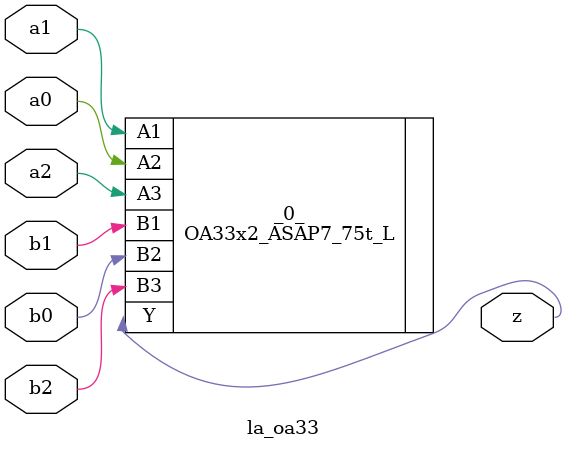
<source format=v>
/* Generated by Yosys 0.37 (git sha1 a5c7f69ed, clang 14.0.0-1ubuntu1.1 -fPIC -Os) */

module la_oa33(a0, a1, a2, b0, b1, b2, z);
  input a0;
  wire a0;
  input a1;
  wire a1;
  input a2;
  wire a2;
  input b0;
  wire b0;
  input b1;
  wire b1;
  input b2;
  wire b2;
  output z;
  wire z;
  OA33x2_ASAP7_75t_L _0_ (
    .A1(a1),
    .A2(a0),
    .A3(a2),
    .B1(b1),
    .B2(b0),
    .B3(b2),
    .Y(z)
  );
endmodule

</source>
